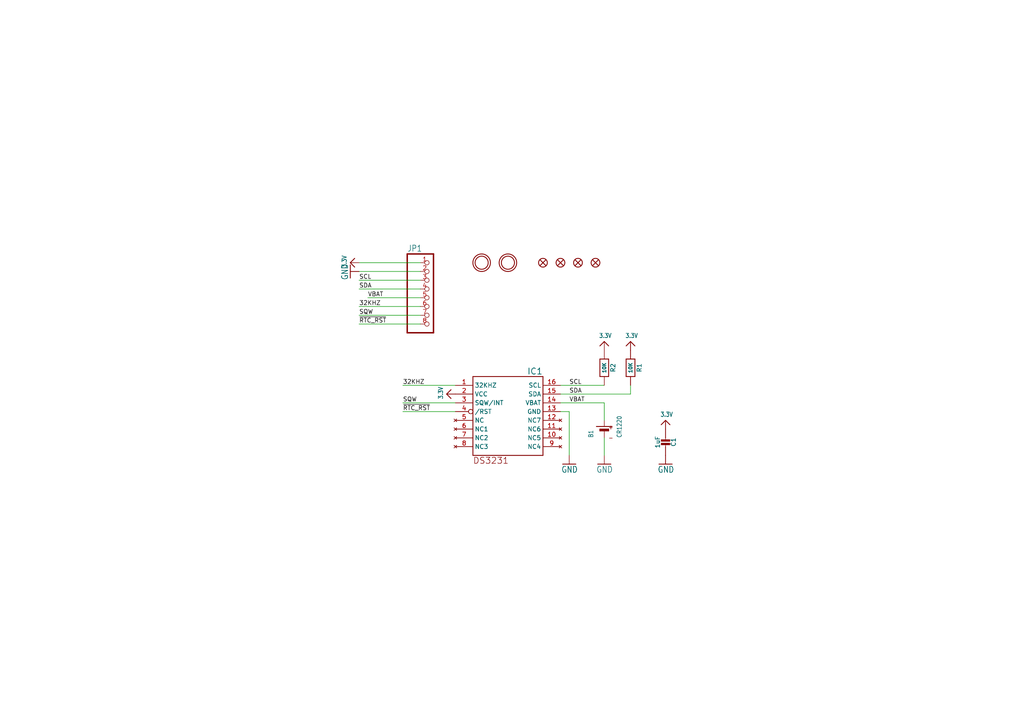
<source format=kicad_sch>
(kicad_sch (version 20230121) (generator eeschema)
  (paper "A4")
  (lib_symbols
    (symbol "working-eagle-import:3.3V" (power)
      (property "Value" "3.3V" (at -1.524 1.016 0))
      (symbol "3.3V_1_0"
        (polyline (pts (xy -1.27 -1.27) (xy 0 0)) (stroke (width 0.254)))
        (polyline (pts (xy 0 0) (xy 1.27 -1.27)) (stroke (width 0.254)))
        (pin power_in line (at 0 -2.54 90) (length 2.54) (name "3.3V") (number "1"))
      )
    )
    (symbol "working-eagle-import:BATTERYCR1220_SMT"
      (property "Reference" "B" (at -2.54 3.175 0))
      (symbol "BATTERYCR1220_SMT_1_0"
        (polyline (pts (xy -2.54 0) (xy -0.635 0)) (stroke (width 0.1524)))
        (polyline (pts (xy -0.508 -1.27) (xy -0.508 1.27)) (stroke (width 0.254)))
        (polyline (pts (xy -0.508 1.27) (xy -0.254 1.27)) (stroke (width 0.254)))
        (polyline (pts (xy -0.254 -1.27) (xy -0.508 -1.27)) (stroke (width 0.254)))
        (polyline (pts (xy -0.254 1.27) (xy -0.254 -1.27)) (stroke (width 0.254)))
        (polyline (pts (xy -0.254 1.27) (xy 0 1.27)) (stroke (width 0.254)))
        (polyline (pts (xy 0 -1.27) (xy -0.254 -1.27)) (stroke (width 0.254)))
        (polyline (pts (xy 0 1.27) (xy 0 -1.27)) (stroke (width 0.254)))
        (polyline (pts (xy 0.762 2.286) (xy 0.762 -2.286)) (stroke (width 0.254)))
        (polyline (pts (xy 0.889 0) (xy 2.54 0)) (stroke (width 0.1524)))
        (text "+" (at 1.27 -1.143 900) (effects (font (size 1.27 1.0795)) (justify right top)))
        (text "-" (at -1.778 -1.143 900) (effects (font (size 1.27 1.0795)) (justify right top)))
        (pin passive line (at 2.54 0 180) (length 0) (name "+") (number "+$1"))
        (pin passive line (at -2.54 0 0) (length 0) (name "-") (number "-"))
      )
    )
    (symbol "working-eagle-import:CAP_CERAMIC0805-NOOUTLINE"
      (property "Reference" "C" (at -2.29 1.25 90))
      (symbol "CAP_CERAMIC0805-NOOUTLINE_1_0"
        (rectangle (start -1.27 0.508) (end 1.27 1.016) (fill (type outline)))
        (rectangle (start -1.27 1.524) (end 1.27 2.032) (fill (type outline)))
        (polyline (pts (xy 0 0.762) (xy 0 0)) (stroke (width 0.1524)))
        (polyline (pts (xy 0 2.54) (xy 0 1.778)) (stroke (width 0.1524)))
        (pin passive line (at 0 5.08 270) (length 2.54) (name "1") (number "1"))
        (pin passive line (at 0 -2.54 90) (length 2.54) (name "2") (number "2"))
      )
    )
    (symbol "working-eagle-import:DS3231/SO"
      (property "Reference" "IC" (at 10.16 15.24 0))
      (symbol "DS3231/SO_1_0"
        (polyline (pts (xy -10.16 -10.16) (xy -10.16 12.7)) (stroke (width 0.254)))
        (polyline (pts (xy -10.16 12.7) (xy 10.16 12.7)) (stroke (width 0.254)))
        (polyline (pts (xy 10.16 -10.16) (xy -10.16 -10.16)) (stroke (width 0.254)))
        (polyline (pts (xy 10.16 12.7) (xy 10.16 -10.16)) (stroke (width 0.254)))
        (text "DS3231" (at -10.16 -12.7 0) (effects (font (size 1.778 1.778)) (justify left bottom)))
        (pin output line (at -15.24 10.16 0) (length 5.08) (name "32KHZ") (number "1"))
        (pin no_connect line (at 15.24 -5.08 180) (length 5.08) (name "NC5") (number "10"))
        (pin no_connect line (at 15.24 -2.54 180) (length 5.08) (name "NC6") (number "11"))
        (pin no_connect line (at 15.24 0 180) (length 5.08) (name "NC7") (number "12"))
        (pin power_in line (at 15.24 2.54 180) (length 5.08) (name "GND") (number "13"))
        (pin power_in line (at 15.24 5.08 180) (length 5.08) (name "VBAT") (number "14"))
        (pin bidirectional line (at 15.24 7.62 180) (length 5.08) (name "SDA") (number "15"))
        (pin bidirectional line (at 15.24 10.16 180) (length 5.08) (name "SCL") (number "16"))
        (pin power_in line (at -15.24 7.62 0) (length 5.08) (name "VCC") (number "2"))
        (pin output line (at -15.24 5.08 0) (length 5.08) (name "SQW/INT") (number "3"))
        (pin passive inverted (at -15.24 2.54 0) (length 5.08) (name "/RST") (number "4"))
        (pin no_connect line (at -15.24 0 0) (length 5.08) (name "NC") (number "5"))
        (pin no_connect line (at -15.24 -2.54 0) (length 5.08) (name "NC1") (number "6"))
        (pin no_connect line (at -15.24 -5.08 0) (length 5.08) (name "NC2") (number "7"))
        (pin no_connect line (at -15.24 -7.62 0) (length 5.08) (name "NC3") (number "8"))
        (pin no_connect line (at 15.24 -7.62 180) (length 5.08) (name "NC4") (number "9"))
      )
    )
    (symbol "working-eagle-import:FIDUCIAL{dblquote}{dblquote}"
      (symbol "FIDUCIAL{dblquote}{dblquote}_1_0"
        (polyline (pts (xy -0.762 0.762) (xy 0.762 -0.762)) (stroke (width 0.254)))
        (polyline (pts (xy 0.762 0.762) (xy -0.762 -0.762)) (stroke (width 0.254)))
        (circle (center 0 0) (radius 1.27) (stroke (width 0.254)))
      )
    )
    (symbol "working-eagle-import:GND" (power)
      (property "Value" "GND" (at -2.54 -2.54 0))
      (symbol "GND_1_0"
        (polyline (pts (xy -1.905 0) (xy 1.905 0)) (stroke (width 0.254)))
        (pin power_in line (at 0 2.54 270) (length 2.54) (name "GND") (number "1"))
      )
    )
    (symbol "working-eagle-import:HEADER-1X870MIL"
      (property "Reference" "JP" (at -6.35 13.335 0))
      (symbol "HEADER-1X870MIL_1_0"
        (polyline (pts (xy -6.35 -10.16) (xy 1.27 -10.16)) (stroke (width 0.4064)))
        (polyline (pts (xy -6.35 12.7) (xy -6.35 -10.16)) (stroke (width 0.4064)))
        (polyline (pts (xy 1.27 -10.16) (xy 1.27 12.7)) (stroke (width 0.4064)))
        (polyline (pts (xy 1.27 12.7) (xy -6.35 12.7)) (stroke (width 0.4064)))
        (pin passive inverted (at -2.54 10.16 0) (length 2.54) (name "1") (number "1"))
        (pin passive inverted (at -2.54 7.62 0) (length 2.54) (name "2") (number "2"))
        (pin passive inverted (at -2.54 5.08 0) (length 2.54) (name "3") (number "3"))
        (pin passive inverted (at -2.54 2.54 0) (length 2.54) (name "4") (number "4"))
        (pin passive inverted (at -2.54 0 0) (length 2.54) (name "5") (number "5"))
        (pin passive inverted (at -2.54 -2.54 0) (length 2.54) (name "6") (number "6"))
        (pin passive inverted (at -2.54 -5.08 0) (length 2.54) (name "7") (number "7"))
        (pin passive inverted (at -2.54 -7.62 0) (length 2.54) (name "8") (number "8"))
      )
    )
    (symbol "working-eagle-import:MOUNTINGHOLE2.5"
      (symbol "MOUNTINGHOLE2.5_1_0"
        (circle (center 0 0) (radius 1.905) (stroke (width 0.254)))
        (circle (center 0 0) (radius 2.54) (stroke (width 0.254)))
      )
    )
    (symbol "working-eagle-import:RESISTOR0805_NOOUTLINE"
      (property "Reference" "R" (at 0 2.54 0))
      (symbol "RESISTOR0805_NOOUTLINE_1_0"
        (polyline (pts (xy -2.54 -1.27) (xy -2.54 1.27)) (stroke (width 0.254)))
        (polyline (pts (xy -2.54 1.27) (xy 2.54 1.27)) (stroke (width 0.254)))
        (polyline (pts (xy 2.54 -1.27) (xy -2.54 -1.27)) (stroke (width 0.254)))
        (polyline (pts (xy 2.54 1.27) (xy 2.54 -1.27)) (stroke (width 0.254)))
        (pin passive line (at -5.08 0 0) (length 2.54) (name "1") (number "1"))
        (pin passive line (at 5.08 0 180) (length 2.54) (name "2") (number "2"))
      )
    )
  )
  (wire (pts (xy 162.56 119.38) (xy 165.1 119.38)) (stroke (width 0.1524)))
  (wire (pts (xy 121.92 93.98) (xy 104.14 93.98)) (stroke (width 0.1524)))
  (wire (pts (xy 121.92 81.28) (xy 104.14 81.28)) (stroke (width 0.1524)))
  (wire (pts (xy 116.84 111.76) (xy 132.08 111.76)) (stroke (width 0.1524)))
  (wire (pts (xy 175.26 116.84) (xy 175.26 121.92)) (stroke (width 0.1524)))
  (wire (pts (xy 162.56 111.76) (xy 175.26 111.76)) (stroke (width 0.1524)))
  (wire (pts (xy 165.1 119.38) (xy 165.1 132.08)) (stroke (width 0.1524)))
  (wire (pts (xy 175.26 127) (xy 175.26 132.08)) (stroke (width 0.1524)))
  (wire (pts (xy 104.14 83.82) (xy 121.92 83.82)) (stroke (width 0.1524)))
  (wire (pts (xy 116.84 119.38) (xy 132.08 119.38)) (stroke (width 0.1524)))
  (wire (pts (xy 104.14 88.9) (xy 121.92 88.9)) (stroke (width 0.1524)))
  (wire (pts (xy 162.56 114.3) (xy 182.88 114.3)) (stroke (width 0.1524)))
  (wire (pts (xy 121.92 76.2) (xy 104.14 76.2)) (stroke (width 0.1524)))
  (wire (pts (xy 121.92 91.44) (xy 104.14 91.44)) (stroke (width 0.1524)))
  (wire (pts (xy 162.56 116.84) (xy 175.26 116.84)) (stroke (width 0.1524)))
  (wire (pts (xy 116.84 116.84) (xy 132.08 116.84)) (stroke (width 0.1524)))
  (wire (pts (xy 121.92 86.36) (xy 106.68 86.36)) (stroke (width 0.1524)))
  (wire (pts (xy 104.14 78.74) (xy 121.92 78.74)) (stroke (width 0.1524)))
  (wire (pts (xy 182.88 114.3) (xy 182.88 111.76)) (stroke (width 0.1524)))
  (label "SQW" (at 104.14 91.44 0) (effects (font (size 1.2446 1.2446))))
  (label "32KHZ" (at 104.14 88.9 0) (effects (font (size 1.2446 1.2446))))
  (label "VBAT" (at 165.1 116.84 0) (effects (font (size 1.2446 1.2446))))
  (label "VBAT" (at 106.68 86.36 0) (effects (font (size 1.2446 1.2446))))
  (label "SQW" (at 116.84 116.84 0) (effects (font (size 1.2446 1.2446))))
  (label "SDA" (at 165.1 114.3 0) (effects (font (size 1.2446 1.2446))))
  (label "SCL" (at 104.14 81.28 0) (effects (font (size 1.2446 1.2446))))
  (label "32KHZ" (at 116.84 111.76 0) (effects (font (size 1.2446 1.2446))))
  (label "SCL" (at 165.1 111.76 0) (effects (font (size 1.2446 1.2446))))
  (label "~{RTC_RST}" (at 116.84 119.38 0) (effects (font (size 1.2446 1.2446))))
  (label "SDA" (at 104.14 83.82 0) (effects (font (size 1.2446 1.2446))))
  (label "~{RTC_RST}" (at 104.14 93.98 0) (effects (font (size 1.2446 1.2446))))
  (symbol (lib_id "working-eagle-import:MOUNTINGHOLE2.5") (at 147.32 76.2 0) (unit 1)
    (property "Reference" "U$7" (effects hide))
    (property "Value" "MOUNTINGHOLE2.5" (effects hide))
    (property "Footprint" "working:MOUNTINGHOLE_2.5_PLATED" (effects hide))
  )
  (symbol (lib_id "working-eagle-import:3.3V") (at 175.26 99.06 0) (unit 1)
    (property "Reference" "#U$3" (effects hide))
    (property "Value" "3.3V" (at 173.736 98.044 0) (effects (font (size 1.27 1.0795)) (justify left bottom)))
  )
  (symbol (lib_id "working-eagle-import:FIDUCIAL{dblquote}{dblquote}") (at 167.64 76.2 0) (unit 1)
    (property "Reference" "FID1" (effects hide))
    (property "Value" "FIDUCIAL{dblquote}{dblquote}" (effects hide))
    (property "Footprint" "working:FIDUCIAL_1MM" (effects hide))
  )
  (symbol (lib_id "working-eagle-import:FIDUCIAL{dblquote}{dblquote}") (at 157.48 76.2 0) (unit 1)
    (property "Reference" "FID2" (effects hide))
    (property "Value" "FIDUCIAL{dblquote}{dblquote}" (effects hide))
    (property "Footprint" "working:FIDUCIAL_1MM" (effects hide))
  )
  (symbol (lib_id "working-eagle-import:GND") (at 165.1 134.62 0) (mirror y) (unit 1)
    (property "Reference" "#GND1" (effects hide))
    (property "Value" "GND" (at 167.64 137.16 0) (effects (font (size 1.778 1.5113)) (justify left bottom)))
  )
  (symbol (lib_id "working-eagle-import:MOUNTINGHOLE2.5") (at 139.7 76.2 0) (unit 1)
    (property "Reference" "U$6" (effects hide))
    (property "Value" "MOUNTINGHOLE2.5" (effects hide))
    (property "Footprint" "working:MOUNTINGHOLE_2.5_PLATED" (effects hide))
  )
  (symbol (lib_id "working-eagle-import:GND") (at 193.04 134.62 0) (mirror y) (unit 1)
    (property "Reference" "#GND2" (effects hide))
    (property "Value" "GND" (at 195.58 137.16 0) (effects (font (size 1.778 1.5113)) (justify left bottom)))
  )
  (symbol (lib_id "working-eagle-import:CAP_CERAMIC0805-NOOUTLINE") (at 193.04 127 180) (unit 1)
    (property "Reference" "C1" (at 195.33 128.25 90))
    (property "Value" "1uF" (at 190.74 128.25 90))
    (property "Footprint" "working:0805-NO" (effects hide))
  )
  (symbol (lib_id "working-eagle-import:RESISTOR0805_NOOUTLINE") (at 175.26 106.68 270) (unit 1)
    (property "Reference" "R2" (at 177.8 106.68 0))
    (property "Value" "10K" (at 175.26 106.68 0) (effects (font (size 1.016 1.016) bold)))
    (property "Footprint" "working:0805-NO" (effects hide))
  )
  (symbol (lib_id "working-eagle-import:3.3V") (at 129.54 114.3 90) (unit 1)
    (property "Reference" "#U$2" (effects hide))
    (property "Value" "3.3V" (at 128.524 115.824 0) (effects (font (size 1.27 1.0795)) (justify left bottom)))
  )
  (symbol (lib_id "working-eagle-import:DS3231/SO") (at 147.32 121.92 0) (unit 1)
    (property "Reference" "IC1" (at 157.48 106.68 0) (effects (font (size 1.778 1.778)) (justify right top)))
    (property "Value" "DS3231/SO" (effects hide))
    (property "Footprint" "working:SO16W" (effects hide))
  )
  (symbol (lib_id "working-eagle-import:RESISTOR0805_NOOUTLINE") (at 182.88 106.68 270) (unit 1)
    (property "Reference" "R1" (at 185.42 106.68 0))
    (property "Value" "10K" (at 182.88 106.68 0) (effects (font (size 1.016 1.016) bold)))
    (property "Footprint" "working:0805-NO" (effects hide))
  )
  (symbol (lib_id "working-eagle-import:GND") (at 101.6 78.74 270) (mirror x) (unit 1)
    (property "Reference" "#GND3" (effects hide))
    (property "Value" "GND" (at 99.06 81.28 0) (effects (font (size 1.778 1.5113)) (justify left bottom)))
  )
  (symbol (lib_id "working-eagle-import:3.3V") (at 193.04 121.92 0) (unit 1)
    (property "Reference" "#U$5" (effects hide))
    (property "Value" "3.3V" (at 191.516 120.904 0) (effects (font (size 1.27 1.0795)) (justify left bottom)))
  )
  (symbol (lib_id "working-eagle-import:BATTERYCR1220_SMT") (at 175.26 124.46 90) (unit 1)
    (property "Reference" "B1" (at 172.085 127 0) (effects (font (size 1.27 1.0795)) (justify left bottom)))
    (property "Value" "CR1220" (at 180.34 127 0) (effects (font (size 1.27 1.0795)) (justify left bottom)))
    (property "Footprint" "working:CR1220" (effects hide))
  )
  (symbol (lib_id "working-eagle-import:HEADER-1X870MIL") (at 124.46 86.36 0) (unit 1)
    (property "Reference" "JP1" (at 118.11 73.025 0) (effects (font (size 1.778 1.5113)) (justify left bottom)))
    (property "Value" "HEADER-1X870MIL" (effects hide))
    (property "Footprint" "working:1X08_ROUND_70" (effects hide))
  )
  (symbol (lib_id "working-eagle-import:FIDUCIAL{dblquote}{dblquote}") (at 172.72 76.2 0) (unit 1)
    (property "Reference" "FID4" (effects hide))
    (property "Value" "FIDUCIAL{dblquote}{dblquote}" (effects hide))
    (property "Footprint" "working:FIDUCIAL_1MM" (effects hide))
  )
  (symbol (lib_id "working-eagle-import:3.3V") (at 101.6 76.2 90) (unit 1)
    (property "Reference" "#U$1" (effects hide))
    (property "Value" "3.3V" (at 100.584 77.724 0) (effects (font (size 1.27 1.0795)) (justify left bottom)))
  )
  (symbol (lib_id "working-eagle-import:GND") (at 175.26 134.62 0) (mirror y) (unit 1)
    (property "Reference" "#GND5" (effects hide))
    (property "Value" "GND" (at 177.8 137.16 0) (effects (font (size 1.778 1.5113)) (justify left bottom)))
  )
  (symbol (lib_id "working-eagle-import:FIDUCIAL{dblquote}{dblquote}") (at 162.56 76.2 0) (unit 1)
    (property "Reference" "FID3" (effects hide))
    (property "Value" "FIDUCIAL{dblquote}{dblquote}" (effects hide))
    (property "Footprint" "working:FIDUCIAL_1MM" (effects hide))
  )
  (symbol (lib_id "working-eagle-import:3.3V") (at 182.88 99.06 0) (unit 1)
    (property "Reference" "#U$4" (effects hide))
    (property "Value" "3.3V" (at 181.356 98.044 0) (effects (font (size 1.27 1.0795)) (justify left bottom)))
  )
)
</source>
